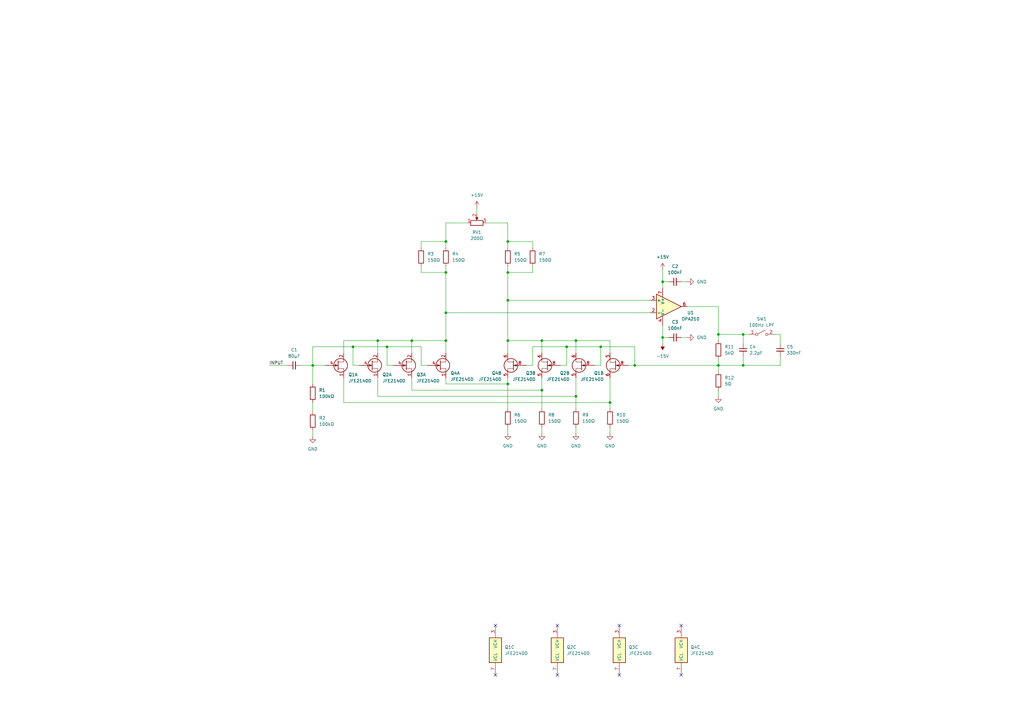
<source format=kicad_sch>
(kicad_sch (version 20231120) (generator "eeschema") (generator_version "8.0")
  (paper "A3")
  (lib_symbols
    (symbol "Amplifier_Operational:OP07" (pin_names (offset 0.127))
      (property "Reference" "U1" (at 8.89 6.3186 0))
      (property "Value" "OP07" (at 8.89 3.7786 0))
      (symbol "OP07_0_1"
        (polyline (pts (xy -5.08 5.08) (xy 5.08 0) (xy -5.08 -5.08) (xy -5.08 5.08)) (stroke (width 0.254)) (fill (type background)))
      )
      (symbol "OP07_1_1"
        (pin input line (at 0 -7.62 90) (length 5.08) hide (name "VOS") (number "1"))
        (pin input line (at -7.62 -2.54 0) (length 2.54) (name "-") (number "2"))
        (pin input line (at -7.62 2.54 0) (length 2.54) (name "+") (number "3"))
        (pin power_in line (at -2.54 -7.62 90) (length 3.81) (name "V-") (number "4"))
        (pin no_connect line (at 0 2.54 270) (length 2.54) hide (name "NC") (number "5"))
        (pin output line (at 7.62 0 180) (length 2.54) (name "~") (number "6"))
        (pin power_in line (at -2.54 7.62 270) (length 3.81) (name "V+") (number "7"))
        (pin input line (at 2.54 -7.62 90) (length 6.35) hide (name "VOS") (number "8"))
      )
    )
    (symbol "Device:C_Small" (pin_numbers hide) (pin_names (offset 0.254) hide)
      (property "Reference" "C" (at 0.254 1.778 0))
      (property "Value" "C_Small" (at 0.254 -2.032 0))
      (symbol "C_Small_0_1"
        (polyline (pts (xy -1.524 -0.508) (xy 1.524 -0.508)) (stroke (width 0.3302)))
        (polyline (pts (xy -1.524 0.508) (xy 1.524 0.508)) (stroke (width 0.3048)))
      )
      (symbol "C_Small_1_1"
        (pin passive line (at 0 2.54 270) (length 2.032) (name "~") (number "1"))
        (pin passive line (at 0 -2.54 90) (length 2.032) (name "~") (number "2"))
      )
    )
    (symbol "Device:R" (pin_numbers hide) (pin_names (offset 0))
      (property "Reference" "R" (at 2.032 0 90))
      (property "Value" "R" (at 0 0 90))
      (symbol "R_0_1"
        (rectangle (start -1.016 -2.54) (end 1.016 2.54) (stroke (width 0.254)))
      )
      (symbol "R_1_1"
        (pin passive line (at 0 3.81 270) (length 1.27) (name "~") (number "1"))
        (pin passive line (at 0 -3.81 90) (length 1.27) (name "~") (number "2"))
      )
    )
    (symbol "Device:R_Potentiometer" (pin_names (offset 1.016) hide)
      (property "Reference" "RV" (at -4.445 0 90))
      (property "Value" "R_Potentiometer" (at -2.54 0 90))
      (symbol "R_Potentiometer_0_1"
        (polyline (pts (xy 2.54 0) (xy 1.524 0)))
        (polyline (pts (xy 1.143 0) (xy 2.286 0.508) (xy 2.286 -0.508) (xy 1.143 0)) (fill (type outline)))
        (rectangle (start 1.016 2.54) (end -1.016 -2.54) (stroke (width 0.254)))
      )
      (symbol "R_Potentiometer_1_1"
        (pin passive line (at 0 3.81 270) (length 1.27) (name "1") (number "1"))
        (pin passive line (at 3.81 0 180) (length 1.27) (name "2") (number "2"))
        (pin passive line (at 0 -3.81 90) (length 1.27) (name "3") (number "3"))
      )
    )
    (symbol "Switch:SW_SPST" (pin_names (offset 0) hide)
      (property "Reference" "SW" (at 0 3.175 0))
      (property "Value" "SW_SPST" (at 0 -2.54 0))
      (symbol "SW_SPST_0_0"
        (circle (center -2.032 0) (radius 0.508))
        (polyline (pts (xy -1.524 0.254) (xy 1.524 1.778)))
        (circle (center 2.032 0) (radius 0.508))
      )
      (symbol "SW_SPST_1_1"
        (pin passive line (at -5.08 0 0) (length 2.54) (name "A") (number "1"))
        (pin passive line (at 5.08 0 180) (length 2.54) (name "B") (number "2"))
      )
    )
    (symbol "Transistor_FET:JFE2140D"
      (property "Reference" "Q" (at 5.08 1.27 0))
      (property "Value" "JFE2140D" (at 8.89 -1.27 0))
      (symbol "JFE2140D_1_1"
        (polyline (pts (xy 0.254 1.905) (xy 0.254 -1.905) (xy 0.254 -1.905)) (stroke (width 0.254)))
        (polyline (pts (xy 2.54 -2.54) (xy 2.54 -1.27) (xy 0.254 -1.27)))
        (polyline (pts (xy 2.54 2.54) (xy 2.54 1.397) (xy 0.254 1.397)))
        (polyline (pts (xy 0 0) (xy -1.016 0.381) (xy -1.016 -0.381) (xy 0 0)) (fill (type outline)))
        (circle (center 1.27 0) (radius 2.8194) (stroke (width 0.254)))
        (pin passive line (at 2.54 -5.08 90) (length 2.54) (name "~") (number "1"))
        (pin passive line (at 2.54 5.08 270) (length 2.54) (name "~") (number "2"))
        (pin input line (at -5.08 0 0) (length 5.334) (name "~") (number "4"))
      )
      (symbol "JFE2140D_2_1"
        (polyline (pts (xy 0.254 1.905) (xy 0.254 -1.905) (xy 0.254 -1.905)) (stroke (width 0.254)))
        (polyline (pts (xy 2.54 -2.54) (xy 2.54 -1.27) (xy 0.254 -1.27)))
        (polyline (pts (xy 2.54 2.54) (xy 2.54 1.397) (xy 0.254 1.397)))
        (polyline (pts (xy 0 0) (xy -1.016 0.381) (xy -1.016 -0.381) (xy 0 0)) (fill (type outline)))
        (circle (center 1.27 0) (radius 2.8194) (stroke (width 0.254)))
        (pin passive line (at 2.54 -5.08 90) (length 2.54) (name "~") (number "5"))
        (pin passive line (at 2.54 5.08 270) (length 2.54) (name "~") (number "6"))
        (pin input line (at -5.08 0 0) (length 5.334) (name "~") (number "8"))
      )
      (symbol "JFE2140D_3_0"
        (pin passive line (at 0 10.16 270) (length 5.08) (name "VCH") (number "3"))
        (pin passive line (at 0 -10.16 90) (length 5.08) (name "VCL") (number "7"))
      )
      (symbol "JFE2140D_3_1"
        (rectangle (start -2.54 5.08) (end 2.54 -5.08) (stroke (width 0.254)) (fill (type background)))
      )
    )
    (symbol "power:+15V" (power) (pin_numbers hide) (pin_names (offset 0) hide)
      (property "Value" "+15V" (at 0 3.556 0))
      (symbol "+15V_0_1"
        (polyline (pts (xy -0.762 1.27) (xy 0 2.54)))
        (polyline (pts (xy 0 0) (xy 0 2.54)))
        (polyline (pts (xy 0 2.54) (xy 0.762 1.27)))
      )
      (symbol "+15V_1_1"
        (pin power_in line (at 0 0 90) (length 0) (name "~") (number "1"))
      )
    )
    (symbol "power:-15V" (power) (pin_numbers hide) (pin_names (offset 0) hide)
      (property "Value" "-15V" (at 0 3.556 0))
      (symbol "-15V_0_0"
        (pin power_in line (at 0 0 90) (length 0) (name "~") (number "1"))
      )
      (symbol "-15V_0_1"
        (polyline (pts (xy 0 0) (xy 0 1.27) (xy 0.762 1.27) (xy 0 2.54) (xy -0.762 1.27) (xy 0 1.27)) (fill (type outline)))
      )
    )
    (symbol "power:GND" (power) (pin_numbers hide) (pin_names (offset 0) hide)
      (property "Value" "GND" (at 0 -3.81 0))
      (symbol "GND_0_1"
        (polyline (pts (xy 0 0) (xy 0 -1.27) (xy 1.27 -1.27) (xy 0 -2.54) (xy -1.27 -1.27) (xy 0 -1.27)))
      )
      (symbol "GND_1_1"
        (pin power_in line (at 0 0 270) (length 0) (name "~") (number "1"))
      )
    )
  )
  (junction (at 236.22 139.7))
  (junction (at 222.25 160.02))
  (junction (at 208.28 123.19))
  (junction (at 128.27 149.86))
  (junction (at 182.88 139.7))
  (junction (at 271.78 138.43))
  (junction (at 208.28 111.76))
  (junction (at 294.64 137.16))
  (junction (at 208.28 139.7))
  (junction (at 154.94 139.7))
  (junction (at 232.41 142.24))
  (junction (at 208.28 99.06))
  (junction (at 294.64 149.86))
  (junction (at 304.8 137.16))
  (junction (at 158.75 142.24))
  (junction (at 182.88 128.27))
  (junction (at 182.88 99.06))
  (junction (at 208.28 157.48))
  (junction (at 250.19 165.1))
  (junction (at 271.78 115.57))
  (junction (at 144.78 142.24))
  (junction (at 246.38 142.24))
  (junction (at 260.35 149.86))
  (junction (at 168.91 139.7))
  (junction (at 304.8 149.86))
  (junction (at 236.22 162.56))
  (junction (at 182.88 111.76))
  (junction (at 222.25 139.7))
  (no_connect (at 279.4 276.86))
  (no_connect (at 228.6 276.86))
  (no_connect (at 203.2 276.86))
  (no_connect (at 228.6 256.54))
  (no_connect (at 254 256.54))
  (no_connect (at 203.2 256.54))
  (no_connect (at 254 276.86))
  (no_connect (at 279.4 256.54))
  (wire (pts (xy 250.19 144.78) (xy 250.19 139.7)))
  (wire (pts (xy 195.58 85.09) (xy 195.58 87.63)))
  (wire (pts (xy 218.44 99.06) (xy 218.44 101.6)))
  (wire (pts (xy 246.38 142.24) (xy 246.38 149.86)))
  (wire (pts (xy 246.38 142.24) (xy 232.41 142.24)))
  (wire (pts (xy 232.41 149.86) (xy 229.87 149.86)))
  (wire (pts (xy 154.94 154.94) (xy 154.94 162.56)))
  (wire (pts (xy 158.75 149.86) (xy 161.29 149.86)))
  (wire (pts (xy 222.25 175.26) (xy 222.25 177.8)))
  (wire (pts (xy 271.78 115.57) (xy 274.32 115.57)))
  (wire (pts (xy 128.27 149.86) (xy 133.35 149.86)))
  (wire (pts (xy 154.94 139.7) (xy 168.91 139.7)))
  (wire (pts (xy 222.25 160.02) (xy 222.25 167.64)))
  (wire (pts (xy 182.88 91.44) (xy 182.88 99.06)))
  (wire (pts (xy 279.4 138.43) (xy 281.94 138.43)))
  (wire (pts (xy 304.8 149.86) (xy 304.8 146.05)))
  (wire (pts (xy 182.88 139.7) (xy 182.88 144.78)))
  (wire (pts (xy 182.88 99.06) (xy 182.88 101.6)))
  (wire (pts (xy 304.8 149.86) (xy 320.04 149.86)))
  (wire (pts (xy 140.97 154.94) (xy 140.97 165.1)))
  (wire (pts (xy 168.91 154.94) (xy 168.91 160.02)))
  (wire (pts (xy 172.72 109.22) (xy 172.72 111.76)))
  (wire (pts (xy 218.44 142.24) (xy 218.44 149.86)))
  (wire (pts (xy 271.78 110.49) (xy 271.78 115.57)))
  (wire (pts (xy 222.25 154.94) (xy 222.25 160.02)))
  (wire (pts (xy 208.28 101.6) (xy 208.28 99.06)))
  (wire (pts (xy 250.19 175.26) (xy 250.19 177.8)))
  (wire (pts (xy 236.22 175.26) (xy 236.22 177.8)))
  (wire (pts (xy 154.94 162.56) (xy 236.22 162.56)))
  (wire (pts (xy 208.28 123.19) (xy 208.28 139.7)))
  (wire (pts (xy 128.27 165.1) (xy 128.27 168.91)))
  (wire (pts (xy 294.64 137.16) (xy 294.64 139.7)))
  (wire (pts (xy 140.97 165.1) (xy 250.19 165.1)))
  (wire (pts (xy 158.75 142.24) (xy 172.72 142.24)))
  (wire (pts (xy 236.22 162.56) (xy 236.22 167.64)))
  (wire (pts (xy 208.28 154.94) (xy 208.28 157.48)))
  (wire (pts (xy 279.4 115.57) (xy 281.94 115.57)))
  (wire (pts (xy 236.22 139.7) (xy 222.25 139.7)))
  (wire (pts (xy 144.78 149.86) (xy 147.32 149.86)))
  (wire (pts (xy 307.34 137.16) (xy 304.8 137.16)))
  (wire (pts (xy 320.04 137.16) (xy 317.5 137.16)))
  (wire (pts (xy 123.19 149.86) (xy 128.27 149.86)))
  (wire (pts (xy 208.28 109.22) (xy 208.28 111.76)))
  (wire (pts (xy 320.04 140.97) (xy 320.04 137.16)))
  (wire (pts (xy 304.8 137.16) (xy 294.64 137.16)))
  (wire (pts (xy 168.91 160.02) (xy 222.25 160.02)))
  (wire (pts (xy 257.81 149.86) (xy 260.35 149.86)))
  (wire (pts (xy 144.78 142.24) (xy 158.75 142.24)))
  (wire (pts (xy 182.88 91.44) (xy 191.77 91.44)))
  (wire (pts (xy 236.22 154.94) (xy 236.22 162.56)))
  (wire (pts (xy 199.39 91.44) (xy 208.28 91.44)))
  (wire (pts (xy 250.19 139.7) (xy 236.22 139.7)))
  (wire (pts (xy 236.22 139.7) (xy 236.22 144.78)))
  (wire (pts (xy 172.72 99.06) (xy 182.88 99.06)))
  (wire (pts (xy 168.91 139.7) (xy 182.88 139.7)))
  (wire (pts (xy 182.88 111.76) (xy 182.88 128.27)))
  (wire (pts (xy 172.72 101.6) (xy 172.72 99.06)))
  (wire (pts (xy 218.44 149.86) (xy 215.9 149.86)))
  (wire (pts (xy 140.97 139.7) (xy 154.94 139.7)))
  (wire (pts (xy 294.64 125.73) (xy 294.64 137.16)))
  (wire (pts (xy 271.78 138.43) (xy 271.78 140.97)))
  (wire (pts (xy 222.25 139.7) (xy 208.28 139.7)))
  (wire (pts (xy 208.28 123.19) (xy 266.7 123.19)))
  (wire (pts (xy 320.04 149.86) (xy 320.04 146.05)))
  (wire (pts (xy 182.88 128.27) (xy 182.88 139.7)))
  (wire (pts (xy 158.75 142.24) (xy 158.75 149.86)))
  (wire (pts (xy 172.72 111.76) (xy 182.88 111.76)))
  (wire (pts (xy 128.27 176.53) (xy 128.27 179.07)))
  (wire (pts (xy 250.19 165.1) (xy 250.19 167.64)))
  (wire (pts (xy 260.35 149.86) (xy 294.64 149.86)))
  (wire (pts (xy 140.97 144.78) (xy 140.97 139.7)))
  (wire (pts (xy 294.64 147.32) (xy 294.64 149.86)))
  (wire (pts (xy 218.44 111.76) (xy 218.44 109.22)))
  (wire (pts (xy 208.28 91.44) (xy 208.28 99.06)))
  (wire (pts (xy 144.78 142.24) (xy 144.78 149.86)))
  (wire (pts (xy 304.8 140.97) (xy 304.8 137.16)))
  (wire (pts (xy 232.41 142.24) (xy 218.44 142.24)))
  (wire (pts (xy 208.28 99.06) (xy 218.44 99.06)))
  (wire (pts (xy 208.28 157.48) (xy 208.28 167.64)))
  (wire (pts (xy 128.27 142.24) (xy 144.78 142.24)))
  (wire (pts (xy 110.49 149.86) (xy 118.11 149.86)))
  (wire (pts (xy 271.78 138.43) (xy 274.32 138.43)))
  (wire (pts (xy 260.35 149.86) (xy 260.35 142.24)))
  (wire (pts (xy 182.88 154.94) (xy 182.88 157.48)))
  (wire (pts (xy 294.64 149.86) (xy 304.8 149.86)))
  (wire (pts (xy 294.64 149.86) (xy 294.64 152.4)))
  (wire (pts (xy 208.28 139.7) (xy 208.28 144.78)))
  (wire (pts (xy 232.41 142.24) (xy 232.41 149.86)))
  (wire (pts (xy 281.94 125.73) (xy 294.64 125.73)))
  (wire (pts (xy 182.88 157.48) (xy 208.28 157.48)))
  (wire (pts (xy 172.72 142.24) (xy 172.72 149.86)))
  (wire (pts (xy 168.91 139.7) (xy 168.91 144.78)))
  (wire (pts (xy 250.19 154.94) (xy 250.19 165.1)))
  (wire (pts (xy 271.78 133.35) (xy 271.78 138.43)))
  (wire (pts (xy 154.94 139.7) (xy 154.94 144.78)))
  (wire (pts (xy 208.28 111.76) (xy 208.28 123.19)))
  (wire (pts (xy 172.72 149.86) (xy 175.26 149.86)))
  (wire (pts (xy 182.88 128.27) (xy 266.7 128.27)))
  (wire (pts (xy 208.28 175.26) (xy 208.28 177.8)))
  (wire (pts (xy 260.35 142.24) (xy 246.38 142.24)))
  (wire (pts (xy 246.38 149.86) (xy 243.84 149.86)))
  (wire (pts (xy 271.78 115.57) (xy 271.78 118.11)))
  (wire (pts (xy 128.27 149.86) (xy 128.27 157.48)))
  (wire (pts (xy 208.28 111.76) (xy 218.44 111.76)))
  (wire (pts (xy 294.64 160.02) (xy 294.64 162.56)))
  (wire (pts (xy 128.27 149.86) (xy 128.27 142.24)))
  (wire (pts (xy 222.25 139.7) (xy 222.25 144.78)))
  (wire (pts (xy 182.88 111.76) (xy 182.88 109.22)))
  (label "INPUT" (at 110.49 149.86 0))
  (symbol (lib_id "Device:R_Potentiometer") (at 195.58 91.44 90) (unit 1)
    (property "Reference" "RV1" (at 195.58 95.25 90))
    (property "Value" "200Ω" (at 195.58 97.79 90))
    (property "Description" "Potentiometer" (effects (hide yes)))
  )
  (symbol (lib_id "Device:R") (at 208.28 171.45 0) (unit 1)
    (property "Reference" "R6" (at 210.82 170.1799 0) (effects (justify left)))
    (property "Value" "150Ω" (at 210.82 172.7199 0) (effects (justify left)))
    (property "Description" "Resistor" (effects (hide yes)))
  )
  (symbol (lib_id "Device:R") (at 222.25 171.45 0) (unit 1)
    (property "Reference" "R8" (at 224.79 170.1799 0) (effects (justify left)))
    (property "Value" "150Ω" (at 224.79 172.7199 0) (effects (justify left)))
    (property "Description" "Resistor" (effects (hide yes)))
  )
  (symbol (lib_id "power:GND") (at 236.22 177.8 0) (unit 1)
    (property "Reference" "#PWR05" (effects (hide yes)))
    (property "Value" "GND" (at 236.22 182.88 0))
    (property "Description" "Power symbol creates a global label with name \"GND\" , ground" (effects (hide yes)))
  )
  (symbol (lib_id "Transistor_FET:JFE2140D") (at 252.73 149.86 180) (unit 2)
    (property "Reference" "Q1" (at 247.65 153.035 0) (effects (justify left)))
    (property "Value" "JFE2140D" (at 247.65 155.575 0) (effects (justify left)))
    (property "Footprint" "Package_SO:SOIC-8_3.9x4.9mm_P1.27mm" (effects (hide yes)))
    (property "Datasheet" "https://www.ti.com/lit/ds/symlink/jfe2140.pdf" (effects (hide yes)))
    (property "Description" "Ultra-Low Noise, Matched, Dual, Low-Gate Current, Discrete, Audio, N‑Channel JFET, SOIC-8" (effects (hide yes)))
  )
  (symbol (lib_id "power:+15V") (at 271.78 110.49 0) (unit 1)
    (property "Reference" "#PWR07" (effects (hide yes)))
    (property "Value" "+15V" (at 271.78 105.41 0))
    (property "Description" "Power symbol creates a global label with name \"+15V\"" (effects (hide yes)))
  )
  (symbol (lib_id "power:GND") (at 294.64 162.56 0) (unit 1)
    (property "Reference" "#PWR011" (effects (hide yes)))
    (property "Value" "GND" (at 294.64 167.64 0))
    (property "Description" "Power symbol creates a global label with name \"GND\" , ground" (effects (hide yes)))
  )
  (symbol (lib_id "Transistor_FET:JFE2140D") (at 152.4 149.86 0) (unit 1)
    (property "Reference" "Q2" (at 156.845 153.67 0) (effects (justify left)))
    (property "Value" "JFE2140D" (at 156.845 156.21 0) (effects (justify left)))
    (property "Footprint" "Package_SO:SOIC-8_3.9x4.9mm_P1.27mm" (effects (hide yes)))
    (property "Datasheet" "https://www.ti.com/lit/ds/symlink/jfe2140.pdf" (effects (hide yes)))
    (property "Description" "Ultra-Low Noise, Matched, Dual, Low-Gate Current, Discrete, Audio, N‑Channel JFET, SOIC-8" (effects (hide yes)))
  )
  (symbol (lib_id "Device:R") (at 294.64 156.21 0) (unit 1)
    (property "Reference" "R12" (at 297.18 154.9399 0) (effects (justify left)))
    (property "Value" "5Ω" (at 297.18 157.4799 0) (effects (justify left)))
    (property "Description" "Resistor" (effects (hide yes)))
  )
  (symbol (lib_id "Transistor_FET:JFE2140D") (at 203.2 266.7 0) (unit 3)
    (property "Reference" "Q1" (at 207.01 265.4299 0) (effects (justify left)))
    (property "Value" "JFE2140D" (at 207.01 267.9699 0) (effects (justify left)))
    (property "Footprint" "Package_SO:SOIC-8_3.9x4.9mm_P1.27mm" (effects (hide yes)))
    (property "Datasheet" "https://www.ti.com/lit/ds/symlink/jfe2140.pdf" (effects (hide yes)))
    (property "Description" "Ultra-Low Noise, Matched, Dual, Low-Gate Current, Discrete, Audio, N‑Channel JFET, SOIC-8" (effects (hide yes)))
  )
  (symbol (lib_id "Transistor_FET:JFE2140D") (at 254 266.7 0) (unit 3)
    (property "Reference" "Q3" (at 257.81 265.4299 0) (effects (justify left)))
    (property "Value" "JFE2140D" (at 257.81 267.9699 0) (effects (justify left)))
    (property "Footprint" "Package_SO:SOIC-8_3.9x4.9mm_P1.27mm" (effects (hide yes)))
    (property "Datasheet" "https://www.ti.com/lit/ds/symlink/jfe2140.pdf" (effects (hide yes)))
    (property "Description" "Ultra-Low Noise, Matched, Dual, Low-Gate Current, Discrete, Audio, N‑Channel JFET, SOIC-8" (effects (hide yes)))
  )
  (symbol (lib_id "Transistor_FET:JFE2140D") (at 279.4 266.7 0) (unit 3)
    (property "Reference" "Q4" (at 283.21 265.4299 0) (effects (justify left)))
    (property "Value" "JFE2140D" (at 283.21 267.9699 0) (effects (justify left)))
    (property "Footprint" "Package_SO:SOIC-8_3.9x4.9mm_P1.27mm" (effects (hide yes)))
    (property "Datasheet" "https://www.ti.com/lit/ds/symlink/jfe2140.pdf" (effects (hide yes)))
    (property "Description" "Ultra-Low Noise, Matched, Dual, Low-Gate Current, Discrete, Audio, N‑Channel JFET, SOIC-8" (effects (hide yes)))
  )
  (symbol (lib_id "Device:C_Small") (at 320.04 143.51 0) (unit 1)
    (property "Reference" "C5" (at 322.58 142.2462 0) (effects (justify left)))
    (property "Value" "330nF" (at 322.58 144.7862 0) (effects (justify left)))
    (property "Description" "Unpolarized capacitor, small symbol" (effects (hide yes)))
  )
  (symbol (lib_id "power:GND") (at 281.94 138.43 90) (unit 1)
    (property "Reference" "#PWR010" (effects (hide yes)))
    (property "Value" "GND" (at 285.75 138.4299 90) (effects (justify right)))
    (property "Description" "Power symbol creates a global label with name \"GND\" , ground" (effects (hide yes)))
  )
  (symbol (lib_id "power:GND") (at 208.28 177.8 0) (unit 1)
    (property "Reference" "#PWR03" (effects (hide yes)))
    (property "Value" "GND" (at 208.28 182.88 0))
    (property "Description" "Power symbol creates a global label with name \"GND\" , ground" (effects (hide yes)))
  )
  (symbol (lib_id "Transistor_FET:JFE2140D") (at 180.34 149.86 0) (unit 1)
    (property "Reference" "Q4" (at 184.785 153.035 0) (effects (justify left)))
    (property "Value" "JFE2140D" (at 184.785 155.575 0) (effects (justify left)))
    (property "Footprint" "Package_SO:SOIC-8_3.9x4.9mm_P1.27mm" (effects (hide yes)))
    (property "Datasheet" "https://www.ti.com/lit/ds/symlink/jfe2140.pdf" (effects (hide yes)))
    (property "Description" "Ultra-Low Noise, Matched, Dual, Low-Gate Current, Discrete, Audio, N‑Channel JFET, SOIC-8" (effects (hide yes)))
  )
  (symbol (lib_id "Device:R") (at 172.72 105.41 0) (unit 1)
    (property "Reference" "R3" (at 175.26 104.1399 0) (effects (justify left)))
    (property "Value" "150Ω" (at 175.26 106.6799 0) (effects (justify left)))
    (property "Description" "Resistor" (effects (hide yes)))
  )
  (symbol (lib_id "Device:C_Small") (at 304.8 143.51 0) (unit 1)
    (property "Reference" "C4" (at 307.34 142.2462 0) (effects (justify left)))
    (property "Value" "2.2pF" (at 307.34 144.7862 0) (effects (justify left)))
    (property "Description" "Unpolarized capacitor, small symbol" (effects (hide yes)))
  )
  (symbol (lib_id "power:-15V") (at 271.78 140.97 180) (unit 1)
    (property "Reference" "#PWR08" (effects (hide yes)))
    (property "Value" "-15V" (at 271.78 146.05 0))
    (property "Description" "Power symbol creates a global label with name \"-15V\"" (effects (hide yes)))
  )
  (symbol (lib_id "Transistor_FET:JFE2140D") (at 166.37 149.86 0) (unit 1)
    (property "Reference" "Q3" (at 170.815 153.67 0) (effects (justify left)))
    (property "Value" "JFE2140D" (at 170.815 156.21 0) (effects (justify left)))
    (property "Footprint" "Package_SO:SOIC-8_3.9x4.9mm_P1.27mm" (effects (hide yes)))
    (property "Datasheet" "https://www.ti.com/lit/ds/symlink/jfe2140.pdf" (effects (hide yes)))
    (property "Description" "Ultra-Low Noise, Matched, Dual, Low-Gate Current, Discrete, Audio, N‑Channel JFET, SOIC-8" (effects (hide yes)))
  )
  (symbol (lib_id "Device:R") (at 128.27 172.72 0) (unit 1)
    (property "Reference" "R2" (at 130.81 171.4499 0) (effects (justify left)))
    (property "Value" "100kΩ" (at 130.81 173.9899 0) (effects (justify left)))
    (property "Description" "Resistor" (effects (hide yes)))
  )
  (symbol (lib_id "Device:C_Small") (at 120.65 149.86 90) (unit 1)
    (property "Reference" "C1" (at 120.6563 143.51 90))
    (property "Value" "80μF" (at 120.6563 146.05 90))
    (property "Description" "Unpolarized capacitor, small symbol" (effects (hide yes)))
  )
  (symbol (lib_id "Transistor_FET:JFE2140D") (at 228.6 266.7 0) (unit 3)
    (property "Reference" "Q2" (at 232.41 265.4299 0) (effects (justify left)))
    (property "Value" "JFE2140D" (at 232.41 267.9699 0) (effects (justify left)))
    (property "Footprint" "Package_SO:SOIC-8_3.9x4.9mm_P1.27mm" (effects (hide yes)))
    (property "Datasheet" "https://www.ti.com/lit/ds/symlink/jfe2140.pdf" (effects (hide yes)))
    (property "Description" "Ultra-Low Noise, Matched, Dual, Low-Gate Current, Discrete, Audio, N‑Channel JFET, SOIC-8" (effects (hide yes)))
  )
  (symbol (lib_id "Device:R") (at 182.88 105.41 0) (unit 1)
    (property "Reference" "R4" (at 185.42 104.1399 0) (effects (justify left)))
    (property "Value" "150Ω" (at 185.42 106.6799 0) (effects (justify left)))
    (property "Description" "Resistor" (effects (hide yes)))
  )
  (symbol (lib_id "Transistor_FET:JFE2140D") (at 224.79 149.86 0) (mirror y) (unit 2)
    (property "Reference" "Q3" (at 219.71 153.035 0) (effects (justify left)))
    (property "Value" "JFE2140D" (at 219.71 155.575 0) (effects (justify left)))
    (property "Footprint" "Package_SO:SOIC-8_3.9x4.9mm_P1.27mm" (effects (hide yes)))
    (property "Datasheet" "https://www.ti.com/lit/ds/symlink/jfe2140.pdf" (effects (hide yes)))
    (property "Description" "Ultra-Low Noise, Matched, Dual, Low-Gate Current, Discrete, Audio, N‑Channel JFET, SOIC-8" (effects (hide yes)))
  )
  (symbol (lib_id "Transistor_FET:JFE2140D") (at 238.76 149.86 0) (mirror y) (unit 2)
    (property "Reference" "Q2" (at 233.68 153.035 0) (effects (justify left)))
    (property "Value" "JFE2140D" (at 233.68 155.575 0) (effects (justify left)))
    (property "Footprint" "Package_SO:SOIC-8_3.9x4.9mm_P1.27mm" (effects (hide yes)))
    (property "Datasheet" "https://www.ti.com/lit/ds/symlink/jfe2140.pdf" (effects (hide yes)))
    (property "Description" "Ultra-Low Noise, Matched, Dual, Low-Gate Current, Discrete, Audio, N‑Channel JFET, SOIC-8" (effects (hide yes)))
  )
  (symbol (lib_id "Switch:SW_SPST") (at 312.42 137.16 0) (unit 1)
    (property "Reference" "SW1" (at 312.42 130.81 0))
    (property "Value" "100Hz LPF" (at 312.42 133.35 0))
    (property "Description" "Single Pole Single Throw (SPST) switch" (effects (hide yes)))
  )
  (symbol (lib_id "Amplifier_Operational:OP07") (at 274.32 125.73 0) (unit 1)
    (property "Reference" "U1" (at 283.21 128.27 0))
    (property "Value" "OPA210" (at 283.21 130.81 0))
  )
  (symbol (lib_id "Device:R") (at 208.28 105.41 0) (unit 1)
    (property "Reference" "R5" (at 210.82 104.1399 0) (effects (justify left)))
    (property "Value" "150Ω" (at 210.82 106.6799 0) (effects (justify left)))
    (property "Description" "Resistor" (effects (hide yes)))
  )
  (symbol (lib_id "power:GND") (at 281.94 115.57 90) (unit 1)
    (property "Reference" "#PWR09" (effects (hide yes)))
    (property "Value" "GND" (at 285.75 115.5699 90) (effects (justify right)))
    (property "Description" "Power symbol creates a global label with name \"GND\" , ground" (effects (hide yes)))
  )
  (symbol (lib_id "power:+15V") (at 195.58 85.09 0) (unit 1)
    (property "Reference" "#PWR02" (effects (hide yes)))
    (property "Value" "+15V" (at 195.58 80.01 0))
    (property "Description" "Power symbol creates a global label with name \"+15V\"" (effects (hide yes)))
  )
  (symbol (lib_id "Device:R") (at 218.44 105.41 0) (unit 1)
    (property "Reference" "R7" (at 220.98 104.1399 0) (effects (justify left)))
    (property "Value" "150Ω" (at 220.98 106.6799 0) (effects (justify left)))
    (property "Description" "Resistor" (effects (hide yes)))
  )
  (symbol (lib_id "Device:C_Small") (at 276.86 115.57 90) (unit 1)
    (property "Reference" "C2" (at 276.8663 109.22 90))
    (property "Value" "100nF" (at 276.8663 111.76 90))
    (property "Description" "Unpolarized capacitor, small symbol" (effects (hide yes)))
  )
  (symbol (lib_id "Device:R") (at 236.22 171.45 0) (unit 1)
    (property "Reference" "R9" (at 238.76 170.1799 0) (effects (justify left)))
    (property "Value" "150Ω" (at 238.76 172.7199 0) (effects (justify left)))
    (property "Description" "Resistor" (effects (hide yes)))
  )
  (symbol (lib_id "power:GND") (at 250.19 177.8 0) (unit 1)
    (property "Reference" "#PWR06" (effects (hide yes)))
    (property "Value" "GND" (at 250.19 182.88 0))
    (property "Description" "Power symbol creates a global label with name \"GND\" , ground" (effects (hide yes)))
  )
  (symbol (lib_id "Device:C_Small") (at 276.86 138.43 90) (unit 1)
    (property "Reference" "C3" (at 276.8663 132.08 90))
    (property "Value" "100nF" (at 276.8663 134.62 90))
    (property "Description" "Unpolarized capacitor, small symbol" (effects (hide yes)))
  )
  (symbol (lib_id "Device:R") (at 294.64 143.51 0) (unit 1)
    (property "Reference" "R11" (at 297.18 142.2399 0) (effects (justify left)))
    (property "Value" "5kΩ" (at 297.18 144.7799 0) (effects (justify left)))
    (property "Description" "Resistor" (effects (hide yes)))
  )
  (symbol (lib_id "power:GND") (at 222.25 177.8 0) (unit 1)
    (property "Reference" "#PWR04" (effects (hide yes)))
    (property "Value" "GND" (at 222.25 182.88 0))
    (property "Description" "Power symbol creates a global label with name \"GND\" , ground" (effects (hide yes)))
  )
  (symbol (lib_id "Transistor_FET:JFE2140D") (at 138.43 149.86 0) (unit 1)
    (property "Reference" "Q1" (at 142.875 153.67 0) (effects (justify left)))
    (property "Value" "JFE2140D" (at 142.875 156.21 0) (effects (justify left)))
    (property "Footprint" "Package_SO:SOIC-8_3.9x4.9mm_P1.27mm" (effects (hide yes)))
    (property "Datasheet" "https://www.ti.com/lit/ds/symlink/jfe2140.pdf" (effects (hide yes)))
    (property "Description" "Ultra-Low Noise, Matched, Dual, Low-Gate Current, Discrete, Audio, N‑Channel JFET, SOIC-8" (effects (hide yes)))
  )
  (symbol (lib_id "Device:R") (at 128.27 161.29 0) (unit 1)
    (property "Reference" "R1" (at 130.81 160.0199 0) (effects (justify left)))
    (property "Value" "100kΩ" (at 130.81 162.5599 0) (effects (justify left)))
    (property "Description" "Resistor" (effects (hide yes)))
  )
  (symbol (lib_id "Transistor_FET:JFE2140D") (at 210.82 149.86 0) (mirror y) (unit 2)
    (property "Reference" "Q4" (at 205.74 153.035 0) (effects (justify left)))
    (property "Value" "JFE2140D" (at 205.74 155.575 0) (effects (justify left)))
    (property "Footprint" "Package_SO:SOIC-8_3.9x4.9mm_P1.27mm" (effects (hide yes)))
    (property "Datasheet" "https://www.ti.com/lit/ds/symlink/jfe2140.pdf" (effects (hide yes)))
    (property "Description" "Ultra-Low Noise, Matched, Dual, Low-Gate Current, Discrete, Audio, N‑Channel JFET, SOIC-8" (effects (hide yes)))
  )
  (symbol (lib_id "Device:R") (at 250.19 171.45 0) (unit 1)
    (property "Reference" "R10" (at 252.73 170.1799 0) (effects (justify left)))
    (property "Value" "150Ω" (at 252.73 172.7199 0) (effects (justify left)))
    (property "Description" "Resistor" (effects (hide yes)))
  )
  (symbol (lib_id "power:GND") (at 128.27 179.07 0) (unit 1)
    (property "Reference" "#PWR01" (effects (hide yes)))
    (property "Value" "GND" (at 128.27 184.15 0))
    (property "Description" "Power symbol creates a global label with name \"GND\" , ground" (effects (hide yes)))
  )
)
</source>
